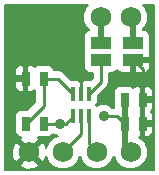
<source format=gtl>
G04 (created by PCBNEW (2013-03-04 BZR 3984)-stable) date 10/11/2013 4:12:00 PM*
%MOIN*%
G04 Gerber Fmt 3.4, Leading zero omitted, Abs format*
%FSLAX34Y34*%
G01*
G70*
G90*
G04 APERTURE LIST*
%ADD10C,0.006*%
%ADD11C,0.0688976*%
%ADD12R,0.025X0.045*%
%ADD13R,0.0688976X0.0433071*%
%ADD14R,0.0138X0.0453*%
%ADD15C,0.035*%
%ADD16C,0.01*%
%ADD17C,0.019685*%
%ADD18C,0.00590551*%
G04 APERTURE END LIST*
G54D10*
G54D11*
X88050Y-39450D03*
X88050Y-43950D03*
X86925Y-43950D03*
X87050Y-39450D03*
X84675Y-43950D03*
G54D12*
X87850Y-42200D03*
X88450Y-42200D03*
X84550Y-41500D03*
X85150Y-41500D03*
X84550Y-43000D03*
X85150Y-43000D03*
X88450Y-43000D03*
X87850Y-43000D03*
G54D13*
X87058Y-40324D03*
X87058Y-40875D03*
X88141Y-40324D03*
X88141Y-40875D03*
G54D14*
X86656Y-42000D03*
X86400Y-42000D03*
X86144Y-42000D03*
X86144Y-42748D03*
X86400Y-42748D03*
X86656Y-42748D03*
G54D11*
X85800Y-43950D03*
G54D15*
X85700Y-43000D03*
X87150Y-42750D03*
G54D16*
X87850Y-43000D02*
X87600Y-42750D01*
X87600Y-42750D02*
X87150Y-42750D01*
X85150Y-43000D02*
X85700Y-43000D01*
X85700Y-43000D02*
X85892Y-43000D01*
X85892Y-43000D02*
X86144Y-42748D01*
G54D17*
X87850Y-43000D02*
X87850Y-43750D01*
X87850Y-43750D02*
X88050Y-43950D01*
X87850Y-42200D02*
X87850Y-43000D01*
G54D16*
X86400Y-42000D02*
X86400Y-41525D01*
X88450Y-43000D02*
X88450Y-42200D01*
X88141Y-40875D02*
X88450Y-41184D01*
X88450Y-41184D02*
X88450Y-42200D01*
X85150Y-42400D02*
X85150Y-41500D01*
X84550Y-43000D02*
X85150Y-42400D01*
X85150Y-41500D02*
X85644Y-41500D01*
X85644Y-41500D02*
X86144Y-42000D01*
X86656Y-42000D02*
X87058Y-41597D01*
X87058Y-41597D02*
X87058Y-40875D01*
X86400Y-42748D02*
X86400Y-43350D01*
X86400Y-43350D02*
X85800Y-43950D01*
X86656Y-42748D02*
X86656Y-43681D01*
X86656Y-43681D02*
X86925Y-43950D01*
G54D17*
X87058Y-40324D02*
X87058Y-39458D01*
X87058Y-39458D02*
X87050Y-39450D01*
X88141Y-40324D02*
X88141Y-39541D01*
X88141Y-39541D02*
X88050Y-39450D01*
G54D10*
G36*
X88844Y-44544D02*
X88804Y-44544D01*
X88804Y-43179D01*
X88804Y-42820D01*
X88804Y-42729D01*
X88769Y-42644D01*
X88724Y-42600D01*
X88769Y-42555D01*
X88804Y-42470D01*
X88804Y-42379D01*
X88804Y-42020D01*
X88804Y-41929D01*
X88769Y-41844D01*
X88715Y-41790D01*
X88715Y-41046D01*
X88715Y-41003D01*
X88657Y-40946D01*
X88211Y-40946D01*
X88211Y-41264D01*
X88269Y-41321D01*
X88531Y-41321D01*
X88615Y-41286D01*
X88680Y-41222D01*
X88715Y-41137D01*
X88715Y-41046D01*
X88715Y-41790D01*
X88704Y-41780D01*
X88620Y-41745D01*
X88569Y-41745D01*
X88512Y-41802D01*
X88512Y-42129D01*
X88747Y-42129D01*
X88804Y-42072D01*
X88804Y-42020D01*
X88804Y-42379D01*
X88804Y-42327D01*
X88747Y-42270D01*
X88512Y-42270D01*
X88512Y-42597D01*
X88515Y-42600D01*
X88512Y-42602D01*
X88512Y-42929D01*
X88747Y-42929D01*
X88804Y-42872D01*
X88804Y-42820D01*
X88804Y-43179D01*
X88804Y-43127D01*
X88747Y-43070D01*
X88512Y-43070D01*
X88512Y-43397D01*
X88569Y-43454D01*
X88620Y-43454D01*
X88704Y-43419D01*
X88769Y-43355D01*
X88804Y-43270D01*
X88804Y-43179D01*
X88804Y-44544D01*
X84995Y-44544D01*
X84995Y-44369D01*
X84675Y-44049D01*
X84575Y-44149D01*
X84575Y-43950D01*
X84255Y-43629D01*
X84163Y-43665D01*
X84093Y-43882D01*
X84112Y-44110D01*
X84163Y-44234D01*
X84255Y-44270D01*
X84575Y-43950D01*
X84575Y-44149D01*
X84354Y-44369D01*
X84390Y-44461D01*
X84607Y-44531D01*
X84835Y-44512D01*
X84959Y-44461D01*
X84995Y-44369D01*
X84995Y-44544D01*
X83855Y-44544D01*
X83855Y-39055D01*
X86636Y-39055D01*
X86566Y-39126D01*
X86479Y-39335D01*
X86479Y-39563D01*
X86565Y-39772D01*
X86674Y-39881D01*
X86669Y-39881D01*
X86586Y-39915D01*
X86522Y-39979D01*
X86487Y-40062D01*
X86487Y-40152D01*
X86487Y-40585D01*
X86493Y-40599D01*
X86487Y-40613D01*
X86487Y-40703D01*
X86487Y-41136D01*
X86522Y-41220D01*
X86585Y-41283D01*
X86668Y-41318D01*
X86759Y-41318D01*
X86782Y-41318D01*
X86782Y-41482D01*
X86718Y-41547D01*
X86680Y-41547D01*
X86542Y-41547D01*
X86532Y-41551D01*
X86514Y-41544D01*
X86491Y-41543D01*
X86434Y-41601D01*
X86434Y-41605D01*
X86399Y-41640D01*
X86365Y-41605D01*
X86365Y-41601D01*
X86308Y-41543D01*
X86285Y-41544D01*
X86267Y-41551D01*
X86258Y-41547D01*
X86168Y-41547D01*
X86081Y-41547D01*
X85839Y-41304D01*
X85749Y-41244D01*
X85644Y-41223D01*
X85498Y-41223D01*
X85467Y-41146D01*
X85403Y-41083D01*
X85320Y-41048D01*
X85230Y-41048D01*
X84980Y-41048D01*
X84896Y-41082D01*
X84852Y-41127D01*
X84804Y-41080D01*
X84720Y-41045D01*
X84669Y-41045D01*
X84612Y-41102D01*
X84612Y-41429D01*
X84628Y-41429D01*
X84628Y-41570D01*
X84612Y-41570D01*
X84612Y-41897D01*
X84669Y-41954D01*
X84720Y-41954D01*
X84804Y-41919D01*
X84852Y-41872D01*
X84873Y-41893D01*
X84873Y-42285D01*
X84610Y-42548D01*
X84487Y-42548D01*
X84487Y-41897D01*
X84487Y-41570D01*
X84487Y-41429D01*
X84487Y-41102D01*
X84430Y-41045D01*
X84379Y-41045D01*
X84295Y-41080D01*
X84230Y-41144D01*
X84195Y-41229D01*
X84195Y-41320D01*
X84195Y-41372D01*
X84252Y-41429D01*
X84487Y-41429D01*
X84487Y-41570D01*
X84252Y-41570D01*
X84195Y-41627D01*
X84195Y-41679D01*
X84195Y-41770D01*
X84230Y-41855D01*
X84295Y-41919D01*
X84379Y-41954D01*
X84430Y-41954D01*
X84487Y-41897D01*
X84487Y-42548D01*
X84380Y-42548D01*
X84296Y-42582D01*
X84233Y-42646D01*
X84198Y-42729D01*
X84198Y-42819D01*
X84198Y-43269D01*
X84232Y-43353D01*
X84296Y-43416D01*
X84379Y-43451D01*
X84385Y-43451D01*
X84354Y-43530D01*
X84675Y-43850D01*
X84995Y-43530D01*
X84961Y-43443D01*
X84979Y-43451D01*
X85069Y-43451D01*
X85319Y-43451D01*
X85403Y-43417D01*
X85466Y-43353D01*
X85472Y-43340D01*
X85472Y-43340D01*
X85619Y-43401D01*
X85633Y-43401D01*
X85477Y-43465D01*
X85316Y-43626D01*
X85239Y-43811D01*
X85237Y-43789D01*
X85186Y-43665D01*
X85094Y-43629D01*
X84774Y-43950D01*
X85094Y-44270D01*
X85186Y-44234D01*
X85236Y-44080D01*
X85315Y-44272D01*
X85476Y-44433D01*
X85685Y-44520D01*
X85913Y-44520D01*
X86122Y-44434D01*
X86283Y-44273D01*
X86362Y-44083D01*
X86440Y-44272D01*
X86601Y-44433D01*
X86810Y-44520D01*
X87038Y-44520D01*
X87247Y-44434D01*
X87408Y-44273D01*
X87487Y-44083D01*
X87565Y-44272D01*
X87726Y-44433D01*
X87935Y-44520D01*
X88163Y-44520D01*
X88372Y-44434D01*
X88533Y-44273D01*
X88620Y-44064D01*
X88620Y-43836D01*
X88534Y-43627D01*
X88373Y-43466D01*
X88334Y-43450D01*
X88387Y-43397D01*
X88387Y-43070D01*
X88371Y-43070D01*
X88371Y-42929D01*
X88387Y-42929D01*
X88387Y-42602D01*
X88384Y-42600D01*
X88387Y-42597D01*
X88387Y-42270D01*
X88371Y-42270D01*
X88371Y-42129D01*
X88387Y-42129D01*
X88387Y-41802D01*
X88330Y-41745D01*
X88279Y-41745D01*
X88195Y-41780D01*
X88147Y-41827D01*
X88103Y-41783D01*
X88020Y-41748D01*
X87930Y-41748D01*
X87680Y-41748D01*
X87596Y-41782D01*
X87533Y-41846D01*
X87498Y-41929D01*
X87498Y-42019D01*
X87498Y-42469D01*
X87500Y-42473D01*
X87441Y-42473D01*
X87377Y-42409D01*
X87230Y-42348D01*
X87070Y-42348D01*
X86923Y-42409D01*
X86917Y-42393D01*
X86897Y-42374D01*
X86916Y-42354D01*
X86951Y-42271D01*
X86951Y-42181D01*
X86951Y-42095D01*
X87254Y-41792D01*
X87314Y-41703D01*
X87314Y-41703D01*
X87335Y-41597D01*
X87335Y-41318D01*
X87447Y-41318D01*
X87531Y-41284D01*
X87594Y-41220D01*
X87598Y-41212D01*
X87602Y-41222D01*
X87667Y-41286D01*
X87751Y-41321D01*
X88013Y-41321D01*
X88070Y-41264D01*
X88070Y-40946D01*
X88062Y-40946D01*
X88062Y-40805D01*
X88070Y-40805D01*
X88070Y-40797D01*
X88211Y-40797D01*
X88211Y-40805D01*
X88657Y-40805D01*
X88715Y-40747D01*
X88715Y-40704D01*
X88715Y-40613D01*
X88708Y-40595D01*
X88712Y-40586D01*
X88712Y-40496D01*
X88712Y-40063D01*
X88677Y-39979D01*
X88614Y-39916D01*
X88531Y-39881D01*
X88466Y-39881D01*
X88466Y-39841D01*
X88533Y-39773D01*
X88620Y-39564D01*
X88620Y-39336D01*
X88534Y-39127D01*
X88463Y-39055D01*
X88844Y-39055D01*
X88844Y-44544D01*
X88844Y-44544D01*
G37*
G54D18*
X88844Y-44544D02*
X88804Y-44544D01*
X88804Y-43179D01*
X88804Y-42820D01*
X88804Y-42729D01*
X88769Y-42644D01*
X88724Y-42600D01*
X88769Y-42555D01*
X88804Y-42470D01*
X88804Y-42379D01*
X88804Y-42020D01*
X88804Y-41929D01*
X88769Y-41844D01*
X88715Y-41790D01*
X88715Y-41046D01*
X88715Y-41003D01*
X88657Y-40946D01*
X88211Y-40946D01*
X88211Y-41264D01*
X88269Y-41321D01*
X88531Y-41321D01*
X88615Y-41286D01*
X88680Y-41222D01*
X88715Y-41137D01*
X88715Y-41046D01*
X88715Y-41790D01*
X88704Y-41780D01*
X88620Y-41745D01*
X88569Y-41745D01*
X88512Y-41802D01*
X88512Y-42129D01*
X88747Y-42129D01*
X88804Y-42072D01*
X88804Y-42020D01*
X88804Y-42379D01*
X88804Y-42327D01*
X88747Y-42270D01*
X88512Y-42270D01*
X88512Y-42597D01*
X88515Y-42600D01*
X88512Y-42602D01*
X88512Y-42929D01*
X88747Y-42929D01*
X88804Y-42872D01*
X88804Y-42820D01*
X88804Y-43179D01*
X88804Y-43127D01*
X88747Y-43070D01*
X88512Y-43070D01*
X88512Y-43397D01*
X88569Y-43454D01*
X88620Y-43454D01*
X88704Y-43419D01*
X88769Y-43355D01*
X88804Y-43270D01*
X88804Y-43179D01*
X88804Y-44544D01*
X84995Y-44544D01*
X84995Y-44369D01*
X84675Y-44049D01*
X84575Y-44149D01*
X84575Y-43950D01*
X84255Y-43629D01*
X84163Y-43665D01*
X84093Y-43882D01*
X84112Y-44110D01*
X84163Y-44234D01*
X84255Y-44270D01*
X84575Y-43950D01*
X84575Y-44149D01*
X84354Y-44369D01*
X84390Y-44461D01*
X84607Y-44531D01*
X84835Y-44512D01*
X84959Y-44461D01*
X84995Y-44369D01*
X84995Y-44544D01*
X83855Y-44544D01*
X83855Y-39055D01*
X86636Y-39055D01*
X86566Y-39126D01*
X86479Y-39335D01*
X86479Y-39563D01*
X86565Y-39772D01*
X86674Y-39881D01*
X86669Y-39881D01*
X86586Y-39915D01*
X86522Y-39979D01*
X86487Y-40062D01*
X86487Y-40152D01*
X86487Y-40585D01*
X86493Y-40599D01*
X86487Y-40613D01*
X86487Y-40703D01*
X86487Y-41136D01*
X86522Y-41220D01*
X86585Y-41283D01*
X86668Y-41318D01*
X86759Y-41318D01*
X86782Y-41318D01*
X86782Y-41482D01*
X86718Y-41547D01*
X86680Y-41547D01*
X86542Y-41547D01*
X86532Y-41551D01*
X86514Y-41544D01*
X86491Y-41543D01*
X86434Y-41601D01*
X86434Y-41605D01*
X86399Y-41640D01*
X86365Y-41605D01*
X86365Y-41601D01*
X86308Y-41543D01*
X86285Y-41544D01*
X86267Y-41551D01*
X86258Y-41547D01*
X86168Y-41547D01*
X86081Y-41547D01*
X85839Y-41304D01*
X85749Y-41244D01*
X85644Y-41223D01*
X85498Y-41223D01*
X85467Y-41146D01*
X85403Y-41083D01*
X85320Y-41048D01*
X85230Y-41048D01*
X84980Y-41048D01*
X84896Y-41082D01*
X84852Y-41127D01*
X84804Y-41080D01*
X84720Y-41045D01*
X84669Y-41045D01*
X84612Y-41102D01*
X84612Y-41429D01*
X84628Y-41429D01*
X84628Y-41570D01*
X84612Y-41570D01*
X84612Y-41897D01*
X84669Y-41954D01*
X84720Y-41954D01*
X84804Y-41919D01*
X84852Y-41872D01*
X84873Y-41893D01*
X84873Y-42285D01*
X84610Y-42548D01*
X84487Y-42548D01*
X84487Y-41897D01*
X84487Y-41570D01*
X84487Y-41429D01*
X84487Y-41102D01*
X84430Y-41045D01*
X84379Y-41045D01*
X84295Y-41080D01*
X84230Y-41144D01*
X84195Y-41229D01*
X84195Y-41320D01*
X84195Y-41372D01*
X84252Y-41429D01*
X84487Y-41429D01*
X84487Y-41570D01*
X84252Y-41570D01*
X84195Y-41627D01*
X84195Y-41679D01*
X84195Y-41770D01*
X84230Y-41855D01*
X84295Y-41919D01*
X84379Y-41954D01*
X84430Y-41954D01*
X84487Y-41897D01*
X84487Y-42548D01*
X84380Y-42548D01*
X84296Y-42582D01*
X84233Y-42646D01*
X84198Y-42729D01*
X84198Y-42819D01*
X84198Y-43269D01*
X84232Y-43353D01*
X84296Y-43416D01*
X84379Y-43451D01*
X84385Y-43451D01*
X84354Y-43530D01*
X84675Y-43850D01*
X84995Y-43530D01*
X84961Y-43443D01*
X84979Y-43451D01*
X85069Y-43451D01*
X85319Y-43451D01*
X85403Y-43417D01*
X85466Y-43353D01*
X85472Y-43340D01*
X85472Y-43340D01*
X85619Y-43401D01*
X85633Y-43401D01*
X85477Y-43465D01*
X85316Y-43626D01*
X85239Y-43811D01*
X85237Y-43789D01*
X85186Y-43665D01*
X85094Y-43629D01*
X84774Y-43950D01*
X85094Y-44270D01*
X85186Y-44234D01*
X85236Y-44080D01*
X85315Y-44272D01*
X85476Y-44433D01*
X85685Y-44520D01*
X85913Y-44520D01*
X86122Y-44434D01*
X86283Y-44273D01*
X86362Y-44083D01*
X86440Y-44272D01*
X86601Y-44433D01*
X86810Y-44520D01*
X87038Y-44520D01*
X87247Y-44434D01*
X87408Y-44273D01*
X87487Y-44083D01*
X87565Y-44272D01*
X87726Y-44433D01*
X87935Y-44520D01*
X88163Y-44520D01*
X88372Y-44434D01*
X88533Y-44273D01*
X88620Y-44064D01*
X88620Y-43836D01*
X88534Y-43627D01*
X88373Y-43466D01*
X88334Y-43450D01*
X88387Y-43397D01*
X88387Y-43070D01*
X88371Y-43070D01*
X88371Y-42929D01*
X88387Y-42929D01*
X88387Y-42602D01*
X88384Y-42600D01*
X88387Y-42597D01*
X88387Y-42270D01*
X88371Y-42270D01*
X88371Y-42129D01*
X88387Y-42129D01*
X88387Y-41802D01*
X88330Y-41745D01*
X88279Y-41745D01*
X88195Y-41780D01*
X88147Y-41827D01*
X88103Y-41783D01*
X88020Y-41748D01*
X87930Y-41748D01*
X87680Y-41748D01*
X87596Y-41782D01*
X87533Y-41846D01*
X87498Y-41929D01*
X87498Y-42019D01*
X87498Y-42469D01*
X87500Y-42473D01*
X87441Y-42473D01*
X87377Y-42409D01*
X87230Y-42348D01*
X87070Y-42348D01*
X86923Y-42409D01*
X86917Y-42393D01*
X86897Y-42374D01*
X86916Y-42354D01*
X86951Y-42271D01*
X86951Y-42181D01*
X86951Y-42095D01*
X87254Y-41792D01*
X87314Y-41703D01*
X87314Y-41703D01*
X87335Y-41597D01*
X87335Y-41318D01*
X87447Y-41318D01*
X87531Y-41284D01*
X87594Y-41220D01*
X87598Y-41212D01*
X87602Y-41222D01*
X87667Y-41286D01*
X87751Y-41321D01*
X88013Y-41321D01*
X88070Y-41264D01*
X88070Y-40946D01*
X88062Y-40946D01*
X88062Y-40805D01*
X88070Y-40805D01*
X88070Y-40797D01*
X88211Y-40797D01*
X88211Y-40805D01*
X88657Y-40805D01*
X88715Y-40747D01*
X88715Y-40704D01*
X88715Y-40613D01*
X88708Y-40595D01*
X88712Y-40586D01*
X88712Y-40496D01*
X88712Y-40063D01*
X88677Y-39979D01*
X88614Y-39916D01*
X88531Y-39881D01*
X88466Y-39881D01*
X88466Y-39841D01*
X88533Y-39773D01*
X88620Y-39564D01*
X88620Y-39336D01*
X88534Y-39127D01*
X88463Y-39055D01*
X88844Y-39055D01*
X88844Y-44544D01*
M02*

</source>
